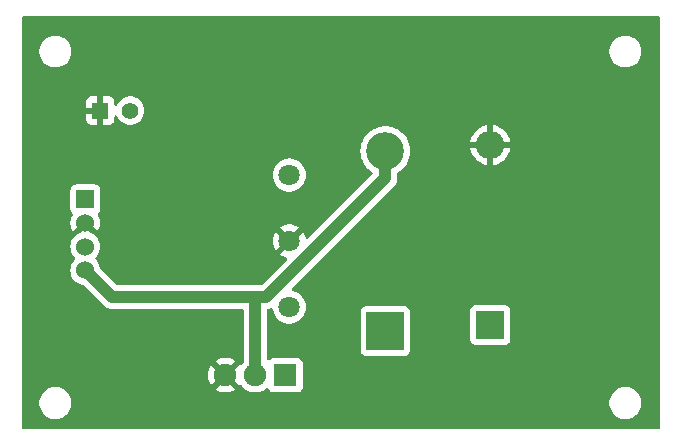
<source format=gbr>
%TF.GenerationSoftware,KiCad,Pcbnew,8.0.1*%
%TF.CreationDate,2024-11-12T01:42:51+00:00*%
%TF.ProjectId,Heating Element,48656174-696e-4672-9045-6c656d656e74,1*%
%TF.SameCoordinates,Original*%
%TF.FileFunction,Copper,L2,Bot*%
%TF.FilePolarity,Positive*%
%FSLAX46Y46*%
G04 Gerber Fmt 4.6, Leading zero omitted, Abs format (unit mm)*
G04 Created by KiCad (PCBNEW 8.0.1) date 2024-11-12 01:42:51*
%MOMM*%
%LPD*%
G01*
G04 APERTURE LIST*
%TA.AperFunction,ComponentPad*%
%ADD10R,1.910000X1.910000*%
%TD*%
%TA.AperFunction,ComponentPad*%
%ADD11C,1.910000*%
%TD*%
%TA.AperFunction,ComponentPad*%
%ADD12C,1.800000*%
%TD*%
%TA.AperFunction,ComponentPad*%
%ADD13R,1.524000X1.524000*%
%TD*%
%TA.AperFunction,ComponentPad*%
%ADD14C,1.524000*%
%TD*%
%TA.AperFunction,ComponentPad*%
%ADD15R,2.400000X2.400000*%
%TD*%
%TA.AperFunction,ComponentPad*%
%ADD16O,2.400000X2.400000*%
%TD*%
%TA.AperFunction,ComponentPad*%
%ADD17R,1.400000X1.400000*%
%TD*%
%TA.AperFunction,ComponentPad*%
%ADD18C,1.400000*%
%TD*%
%TA.AperFunction,ComponentPad*%
%ADD19R,3.200000X3.200000*%
%TD*%
%TA.AperFunction,ComponentPad*%
%ADD20O,3.200000X3.200000*%
%TD*%
%TA.AperFunction,ViaPad*%
%ADD21C,0.600000*%
%TD*%
%TA.AperFunction,Conductor*%
%ADD22C,1.000000*%
%TD*%
G04 APERTURE END LIST*
D10*
%TO.P,U1,1*%
%TO.N,/VG*%
X118540000Y-109400000D03*
D11*
%TO.P,U1,2*%
%TO.N,/Vdrain*%
X116000000Y-109400000D03*
%TO.P,U1,3*%
%TO.N,GND*%
X113460000Y-109400000D03*
%TD*%
D12*
%TO.P,TP3,1,1*%
%TO.N,/+15V*%
X118872000Y-103632000D03*
%TD*%
%TO.P,TP2,1,1*%
%TO.N,GND*%
X118872000Y-98044000D03*
%TD*%
%TO.P,TP1,1,1*%
%TO.N,/VG*%
X118872000Y-92456000D03*
%TD*%
D13*
%TO.P,J1,1,Pin_1*%
%TO.N,/PWM input*%
X101600000Y-94520000D03*
D14*
%TO.P,J1,2,Pin_2*%
%TO.N,GND*%
X101600000Y-96520000D03*
%TO.P,J1,3,Pin_3*%
%TO.N,+24V*%
X101600000Y-98520000D03*
%TO.P,J1,4,Pin_4*%
%TO.N,/Vdrain*%
X101600000Y-100520000D03*
%TD*%
D15*
%TO.P,D3,1,K*%
%TO.N,+24V*%
X135890000Y-105156000D03*
D16*
%TO.P,D3,2,A*%
%TO.N,GND*%
X135890000Y-89916000D03*
%TD*%
D17*
%TO.P,D2,C*%
%TO.N,GND*%
X102860000Y-87000000D03*
D18*
%TO.P,D2,A*%
%TO.N,Net-(D2-PadA)*%
X105400000Y-87000000D03*
%TD*%
D19*
%TO.P,D1,1,K*%
%TO.N,+24V*%
X127000000Y-105664000D03*
D20*
%TO.P,D1,2,A*%
%TO.N,/Vdrain*%
X127000000Y-90424000D03*
%TD*%
D21*
%TO.N,GND*%
X145250000Y-106500000D03*
X127286800Y-85533400D03*
X111760000Y-96499600D03*
X140741800Y-93622000D03*
X105156000Y-105084400D03*
%TD*%
D22*
%TO.N,/Vdrain*%
X127000000Y-90424000D02*
X127000000Y-92725700D01*
X116000000Y-102789700D02*
X116000000Y-109400000D01*
X116936000Y-102789700D02*
X116000000Y-102789700D01*
X127000000Y-92725700D02*
X116936000Y-102789700D01*
X103869700Y-102789700D02*
X101600000Y-100520000D01*
X116000000Y-102789700D02*
X103869700Y-102789700D01*
%TD*%
%TA.AperFunction,Conductor*%
%TO.N,GND*%
G36*
X150192539Y-79020185D02*
G01*
X150238294Y-79072989D01*
X150249500Y-79124500D01*
X150249500Y-113875500D01*
X150229815Y-113942539D01*
X150177011Y-113988294D01*
X150125500Y-113999500D01*
X96374500Y-113999500D01*
X96307461Y-113979815D01*
X96261706Y-113927011D01*
X96250500Y-113875500D01*
X96250500Y-111866286D01*
X97709500Y-111866286D01*
X97742753Y-112076239D01*
X97808444Y-112278414D01*
X97904951Y-112467820D01*
X98029890Y-112639786D01*
X98180213Y-112790109D01*
X98352179Y-112915048D01*
X98352181Y-112915049D01*
X98352184Y-112915051D01*
X98541588Y-113011557D01*
X98743757Y-113077246D01*
X98953713Y-113110500D01*
X98953714Y-113110500D01*
X99166286Y-113110500D01*
X99166287Y-113110500D01*
X99376243Y-113077246D01*
X99578412Y-113011557D01*
X99767816Y-112915051D01*
X99789789Y-112899086D01*
X99939786Y-112790109D01*
X99939788Y-112790106D01*
X99939792Y-112790104D01*
X100090104Y-112639792D01*
X100090106Y-112639788D01*
X100090109Y-112639786D01*
X100215048Y-112467820D01*
X100215047Y-112467820D01*
X100215051Y-112467816D01*
X100311557Y-112278412D01*
X100377246Y-112076243D01*
X100410500Y-111866287D01*
X100410500Y-111866286D01*
X145969500Y-111866286D01*
X146002753Y-112076239D01*
X146068444Y-112278414D01*
X146164951Y-112467820D01*
X146289890Y-112639786D01*
X146440213Y-112790109D01*
X146612179Y-112915048D01*
X146612181Y-112915049D01*
X146612184Y-112915051D01*
X146801588Y-113011557D01*
X147003757Y-113077246D01*
X147213713Y-113110500D01*
X147213714Y-113110500D01*
X147426286Y-113110500D01*
X147426287Y-113110500D01*
X147636243Y-113077246D01*
X147838412Y-113011557D01*
X148027816Y-112915051D01*
X148049789Y-112899086D01*
X148199786Y-112790109D01*
X148199788Y-112790106D01*
X148199792Y-112790104D01*
X148350104Y-112639792D01*
X148350106Y-112639788D01*
X148350109Y-112639786D01*
X148475048Y-112467820D01*
X148475047Y-112467820D01*
X148475051Y-112467816D01*
X148571557Y-112278412D01*
X148637246Y-112076243D01*
X148670500Y-111866287D01*
X148670500Y-111653713D01*
X148637246Y-111443757D01*
X148571557Y-111241588D01*
X148475051Y-111052184D01*
X148475049Y-111052181D01*
X148475048Y-111052179D01*
X148350109Y-110880213D01*
X148199786Y-110729890D01*
X148027820Y-110604951D01*
X147838414Y-110508444D01*
X147838413Y-110508443D01*
X147838412Y-110508443D01*
X147636243Y-110442754D01*
X147636241Y-110442753D01*
X147636240Y-110442753D01*
X147474957Y-110417208D01*
X147426287Y-110409500D01*
X147213713Y-110409500D01*
X147165042Y-110417208D01*
X147003760Y-110442753D01*
X146801585Y-110508444D01*
X146612179Y-110604951D01*
X146440213Y-110729890D01*
X146289890Y-110880213D01*
X146164951Y-111052179D01*
X146068444Y-111241585D01*
X146002753Y-111443760D01*
X145969500Y-111653713D01*
X145969500Y-111866286D01*
X100410500Y-111866286D01*
X100410500Y-111653713D01*
X100377246Y-111443757D01*
X100311557Y-111241588D01*
X100215051Y-111052184D01*
X100215049Y-111052181D01*
X100215048Y-111052179D01*
X100090109Y-110880213D01*
X99939786Y-110729890D01*
X99767820Y-110604951D01*
X99578414Y-110508444D01*
X99578413Y-110508443D01*
X99578412Y-110508443D01*
X99376243Y-110442754D01*
X99376241Y-110442753D01*
X99376240Y-110442753D01*
X99214957Y-110417208D01*
X99166287Y-110409500D01*
X98953713Y-110409500D01*
X98905042Y-110417208D01*
X98743760Y-110442753D01*
X98541585Y-110508444D01*
X98352179Y-110604951D01*
X98180213Y-110729890D01*
X98029890Y-110880213D01*
X97904951Y-111052179D01*
X97808444Y-111241585D01*
X97742753Y-111443760D01*
X97709500Y-111653713D01*
X97709500Y-111866286D01*
X96250500Y-111866286D01*
X96250500Y-100520002D01*
X100332677Y-100520002D01*
X100351929Y-100740062D01*
X100351930Y-100740070D01*
X100409104Y-100953445D01*
X100409105Y-100953447D01*
X100409106Y-100953450D01*
X100502466Y-101153662D01*
X100502468Y-101153666D01*
X100629170Y-101334615D01*
X100629175Y-101334621D01*
X100785378Y-101490824D01*
X100785384Y-101490829D01*
X100966333Y-101617531D01*
X100966335Y-101617532D01*
X100966338Y-101617534D01*
X101166550Y-101710894D01*
X101379932Y-101768070D01*
X101393288Y-101769238D01*
X101458356Y-101794688D01*
X101470164Y-101805085D01*
X103231915Y-103566837D01*
X103231919Y-103566840D01*
X103395779Y-103676328D01*
X103395785Y-103676331D01*
X103395786Y-103676332D01*
X103577865Y-103751752D01*
X103705378Y-103777116D01*
X103771155Y-103790200D01*
X103771158Y-103790201D01*
X103771160Y-103790201D01*
X103974355Y-103790201D01*
X103974375Y-103790200D01*
X114875500Y-103790200D01*
X114942539Y-103809885D01*
X114988294Y-103862689D01*
X114999500Y-103914200D01*
X114999500Y-108289415D01*
X114979815Y-108356454D01*
X114966731Y-108373397D01*
X114847469Y-108502951D01*
X114833510Y-108524318D01*
X114780363Y-108569674D01*
X114711131Y-108579097D01*
X114682895Y-108565944D01*
X114650924Y-108562628D01*
X114049560Y-109163991D01*
X114022729Y-109099215D01*
X113953236Y-108995211D01*
X113864789Y-108906764D01*
X113760785Y-108837271D01*
X113696007Y-108810438D01*
X114297989Y-108208455D01*
X114297989Y-108208454D01*
X114258538Y-108177749D01*
X114046471Y-108062983D01*
X114046462Y-108062980D01*
X113818408Y-107984688D01*
X113580565Y-107945000D01*
X113339435Y-107945000D01*
X113101591Y-107984688D01*
X112873537Y-108062980D01*
X112873529Y-108062983D01*
X112661455Y-108177753D01*
X112622009Y-108208453D01*
X112622008Y-108208455D01*
X113223992Y-108810438D01*
X113159215Y-108837271D01*
X113055211Y-108906764D01*
X112966764Y-108995211D01*
X112897271Y-109099215D01*
X112870438Y-109163992D01*
X112269074Y-108562628D01*
X112175979Y-108705123D01*
X112079118Y-108925942D01*
X112019924Y-109159697D01*
X112000013Y-109399993D01*
X112000013Y-109400006D01*
X112019924Y-109640302D01*
X112079118Y-109874057D01*
X112175979Y-110094876D01*
X112269074Y-110237369D01*
X112870438Y-109636006D01*
X112897271Y-109700785D01*
X112966764Y-109804789D01*
X113055211Y-109893236D01*
X113159215Y-109962729D01*
X113223991Y-109989560D01*
X112622009Y-110591543D01*
X112622009Y-110591545D01*
X112661454Y-110622246D01*
X112661460Y-110622250D01*
X112873528Y-110737016D01*
X112873537Y-110737019D01*
X113101591Y-110815311D01*
X113339435Y-110855000D01*
X113580565Y-110855000D01*
X113818408Y-110815311D01*
X114046462Y-110737019D01*
X114046471Y-110737016D01*
X114258538Y-110622250D01*
X114297989Y-110591544D01*
X114297989Y-110591543D01*
X113696008Y-109989560D01*
X113760785Y-109962729D01*
X113864789Y-109893236D01*
X113953236Y-109804789D01*
X114022729Y-109700785D01*
X114049560Y-109636007D01*
X114650924Y-110237370D01*
X114673527Y-110235026D01*
X114679031Y-110230329D01*
X114748261Y-110220901D01*
X114811599Y-110250398D01*
X114833508Y-110275680D01*
X114847470Y-110297050D01*
X115010838Y-110474516D01*
X115010841Y-110474518D01*
X115010844Y-110474521D01*
X115201180Y-110622666D01*
X115201187Y-110622670D01*
X115201189Y-110622672D01*
X115413329Y-110737476D01*
X115641471Y-110815797D01*
X115879394Y-110855500D01*
X115879395Y-110855500D01*
X116120605Y-110855500D01*
X116120606Y-110855500D01*
X116358529Y-110815797D01*
X116586671Y-110737476D01*
X116798811Y-110622672D01*
X116938185Y-110514192D01*
X117003178Y-110488550D01*
X117071718Y-110502116D01*
X117122043Y-110550584D01*
X117130528Y-110568711D01*
X117141201Y-110597325D01*
X117141206Y-110597335D01*
X117227452Y-110712544D01*
X117227455Y-110712547D01*
X117342664Y-110798793D01*
X117342671Y-110798797D01*
X117477517Y-110849091D01*
X117477516Y-110849091D01*
X117484444Y-110849835D01*
X117537127Y-110855500D01*
X119542872Y-110855499D01*
X119602483Y-110849091D01*
X119737331Y-110798796D01*
X119852546Y-110712546D01*
X119938796Y-110597331D01*
X119989091Y-110462483D01*
X119995500Y-110402873D01*
X119995499Y-108397128D01*
X119990299Y-108348757D01*
X119989091Y-108337516D01*
X119938797Y-108202671D01*
X119938793Y-108202664D01*
X119852547Y-108087455D01*
X119852544Y-108087452D01*
X119737335Y-108001206D01*
X119737328Y-108001202D01*
X119602482Y-107950908D01*
X119602483Y-107950908D01*
X119542883Y-107944501D01*
X119542881Y-107944500D01*
X119542873Y-107944500D01*
X119542864Y-107944500D01*
X117537129Y-107944500D01*
X117537123Y-107944501D01*
X117477516Y-107950908D01*
X117342671Y-108001202D01*
X117342664Y-108001206D01*
X117227455Y-108087452D01*
X117227452Y-108087455D01*
X117223766Y-108092380D01*
X117167832Y-108134251D01*
X117098141Y-108139235D01*
X117036818Y-108105749D01*
X117003334Y-108044426D01*
X117000500Y-108018069D01*
X117000500Y-107311870D01*
X124899500Y-107311870D01*
X124899501Y-107311876D01*
X124905908Y-107371483D01*
X124956202Y-107506328D01*
X124956206Y-107506335D01*
X125042452Y-107621544D01*
X125042455Y-107621547D01*
X125157664Y-107707793D01*
X125157671Y-107707797D01*
X125292517Y-107758091D01*
X125292516Y-107758091D01*
X125299444Y-107758835D01*
X125352127Y-107764500D01*
X128647872Y-107764499D01*
X128707483Y-107758091D01*
X128842331Y-107707796D01*
X128957546Y-107621546D01*
X129043796Y-107506331D01*
X129094091Y-107371483D01*
X129100500Y-107311873D01*
X129100500Y-106403870D01*
X134189500Y-106403870D01*
X134189501Y-106403876D01*
X134195908Y-106463483D01*
X134246202Y-106598328D01*
X134246206Y-106598335D01*
X134332452Y-106713544D01*
X134332455Y-106713547D01*
X134447664Y-106799793D01*
X134447671Y-106799797D01*
X134582517Y-106850091D01*
X134582516Y-106850091D01*
X134589444Y-106850835D01*
X134642127Y-106856500D01*
X137137872Y-106856499D01*
X137197483Y-106850091D01*
X137332331Y-106799796D01*
X137447546Y-106713546D01*
X137533796Y-106598331D01*
X137584091Y-106463483D01*
X137590500Y-106403873D01*
X137590499Y-103908128D01*
X137584091Y-103848517D01*
X137574077Y-103821669D01*
X137533797Y-103713671D01*
X137533793Y-103713664D01*
X137447547Y-103598455D01*
X137447544Y-103598452D01*
X137332335Y-103512206D01*
X137332328Y-103512202D01*
X137197482Y-103461908D01*
X137197483Y-103461908D01*
X137137883Y-103455501D01*
X137137881Y-103455500D01*
X137137873Y-103455500D01*
X137137864Y-103455500D01*
X134642129Y-103455500D01*
X134642123Y-103455501D01*
X134582516Y-103461908D01*
X134447671Y-103512202D01*
X134447664Y-103512206D01*
X134332455Y-103598452D01*
X134332452Y-103598455D01*
X134246206Y-103713664D01*
X134246202Y-103713671D01*
X134195908Y-103848517D01*
X134190510Y-103898734D01*
X134189501Y-103908123D01*
X134189500Y-103908135D01*
X134189500Y-106403870D01*
X129100500Y-106403870D01*
X129100499Y-104016128D01*
X129094091Y-103956517D01*
X129076043Y-103908129D01*
X129043797Y-103821671D01*
X129043793Y-103821664D01*
X128957547Y-103706455D01*
X128957544Y-103706452D01*
X128842335Y-103620206D01*
X128842328Y-103620202D01*
X128707482Y-103569908D01*
X128707483Y-103569908D01*
X128647883Y-103563501D01*
X128647881Y-103563500D01*
X128647873Y-103563500D01*
X128647864Y-103563500D01*
X125352129Y-103563500D01*
X125352123Y-103563501D01*
X125292516Y-103569908D01*
X125157671Y-103620202D01*
X125157664Y-103620206D01*
X125042455Y-103706452D01*
X125042452Y-103706455D01*
X124956206Y-103821664D01*
X124956202Y-103821671D01*
X124905908Y-103956517D01*
X124899501Y-104016116D01*
X124899501Y-104016123D01*
X124899500Y-104016135D01*
X124899500Y-107311870D01*
X117000500Y-107311870D01*
X117000500Y-103898734D01*
X117020185Y-103831695D01*
X117072989Y-103785940D01*
X117100299Y-103777119D01*
X117131188Y-103770975D01*
X117227836Y-103751751D01*
X117290931Y-103725616D01*
X117311375Y-103717147D01*
X117380842Y-103709681D01*
X117443321Y-103740957D01*
X117478972Y-103801047D01*
X117482399Y-103821470D01*
X117485864Y-103863297D01*
X117485866Y-103863308D01*
X117542842Y-104088300D01*
X117636075Y-104300848D01*
X117763016Y-104495147D01*
X117763019Y-104495151D01*
X117763021Y-104495153D01*
X117920216Y-104665913D01*
X117920219Y-104665915D01*
X117920222Y-104665918D01*
X118103365Y-104808464D01*
X118103371Y-104808468D01*
X118103374Y-104808470D01*
X118307497Y-104918936D01*
X118421487Y-104958068D01*
X118527015Y-104994297D01*
X118527017Y-104994297D01*
X118527019Y-104994298D01*
X118755951Y-105032500D01*
X118755952Y-105032500D01*
X118988048Y-105032500D01*
X118988049Y-105032500D01*
X119216981Y-104994298D01*
X119436503Y-104918936D01*
X119640626Y-104808470D01*
X119823784Y-104665913D01*
X119980979Y-104495153D01*
X120107924Y-104300849D01*
X120201157Y-104088300D01*
X120258134Y-103863305D01*
X120258185Y-103862689D01*
X120277300Y-103632006D01*
X120277300Y-103631993D01*
X120258135Y-103400702D01*
X120258133Y-103400691D01*
X120201157Y-103175699D01*
X120107924Y-102963151D01*
X119980983Y-102768852D01*
X119980980Y-102768849D01*
X119980979Y-102768847D01*
X119823784Y-102598087D01*
X119823779Y-102598083D01*
X119823777Y-102598081D01*
X119640634Y-102455535D01*
X119640628Y-102455531D01*
X119436504Y-102345064D01*
X119436495Y-102345061D01*
X119216985Y-102269702D01*
X119158017Y-102259862D01*
X119095132Y-102229410D01*
X119058693Y-102169795D01*
X119060269Y-102099943D01*
X119090745Y-102049874D01*
X127777139Y-93363482D01*
X127886632Y-93199614D01*
X127962051Y-93017535D01*
X128000500Y-92824241D01*
X128000500Y-92343698D01*
X128020185Y-92276659D01*
X128060071Y-92237750D01*
X128214147Y-92144055D01*
X128437053Y-91962708D01*
X128633189Y-91752698D01*
X128798901Y-91517936D01*
X128931104Y-91262797D01*
X129027334Y-90992032D01*
X129085798Y-90710686D01*
X129105408Y-90424000D01*
X129087760Y-90166000D01*
X134203968Y-90166000D01*
X134204274Y-90170079D01*
X134204275Y-90170086D01*
X134260967Y-90418475D01*
X134260973Y-90418494D01*
X134354058Y-90655671D01*
X134354057Y-90655671D01*
X134481455Y-90876328D01*
X134640320Y-91075540D01*
X134827097Y-91248842D01*
X135037616Y-91392371D01*
X135037624Y-91392376D01*
X135267176Y-91502921D01*
X135267174Y-91502921D01*
X135510652Y-91578024D01*
X135510660Y-91578026D01*
X135640000Y-91597520D01*
X135640000Y-90464482D01*
X135658409Y-90475111D01*
X135811009Y-90516000D01*
X135968991Y-90516000D01*
X136121591Y-90475111D01*
X136140000Y-90464482D01*
X136140000Y-91597519D01*
X136269339Y-91578026D01*
X136269347Y-91578024D01*
X136512824Y-91502921D01*
X136742376Y-91392376D01*
X136742377Y-91392375D01*
X136952905Y-91248840D01*
X137139679Y-91075540D01*
X137298544Y-90876328D01*
X137425941Y-90655671D01*
X137519026Y-90418494D01*
X137519032Y-90418475D01*
X137575724Y-90170086D01*
X137575725Y-90170079D01*
X137576032Y-90166000D01*
X136438482Y-90166000D01*
X136449111Y-90147591D01*
X136490000Y-89994991D01*
X136490000Y-89837009D01*
X136449111Y-89684409D01*
X136438482Y-89666000D01*
X137576031Y-89666000D01*
X137575725Y-89661920D01*
X137575724Y-89661913D01*
X137519032Y-89413524D01*
X137519026Y-89413505D01*
X137425941Y-89176328D01*
X137425942Y-89176328D01*
X137298544Y-88955671D01*
X137139679Y-88756459D01*
X136952905Y-88583159D01*
X136742377Y-88439624D01*
X136742376Y-88439623D01*
X136512823Y-88329078D01*
X136512825Y-88329078D01*
X136269354Y-88253977D01*
X136269348Y-88253976D01*
X136140000Y-88234479D01*
X136140000Y-89367517D01*
X136121591Y-89356889D01*
X135968991Y-89316000D01*
X135811009Y-89316000D01*
X135658409Y-89356889D01*
X135640000Y-89367517D01*
X135640000Y-88234479D01*
X135510651Y-88253976D01*
X135510645Y-88253977D01*
X135267175Y-88329078D01*
X135037624Y-88439623D01*
X135037616Y-88439628D01*
X134827097Y-88583157D01*
X134640320Y-88756459D01*
X134481455Y-88955671D01*
X134354058Y-89176328D01*
X134260973Y-89413505D01*
X134260967Y-89413524D01*
X134204275Y-89661913D01*
X134204274Y-89661920D01*
X134203968Y-89666000D01*
X135341518Y-89666000D01*
X135330889Y-89684409D01*
X135290000Y-89837009D01*
X135290000Y-89994991D01*
X135330889Y-90147591D01*
X135341518Y-90166000D01*
X134203968Y-90166000D01*
X129087760Y-90166000D01*
X129085798Y-90137314D01*
X129027334Y-89855968D01*
X128931105Y-89585206D01*
X128931106Y-89585206D01*
X128798901Y-89330064D01*
X128633187Y-89095299D01*
X128554554Y-89011105D01*
X128437053Y-88885292D01*
X128214147Y-88703945D01*
X128214146Y-88703944D01*
X127968617Y-88554634D01*
X127705063Y-88440158D01*
X127705061Y-88440157D01*
X127705058Y-88440156D01*
X127575578Y-88403877D01*
X127428364Y-88362630D01*
X127428359Y-88362629D01*
X127428358Y-88362629D01*
X127286018Y-88343064D01*
X127143679Y-88323500D01*
X127143678Y-88323500D01*
X126856322Y-88323500D01*
X126856321Y-88323500D01*
X126571642Y-88362629D01*
X126571635Y-88362630D01*
X126363861Y-88420845D01*
X126294942Y-88440156D01*
X126294939Y-88440156D01*
X126294936Y-88440158D01*
X126294935Y-88440158D01*
X126031382Y-88554634D01*
X125785853Y-88703944D01*
X125562950Y-88885289D01*
X125366812Y-89095299D01*
X125201098Y-89330064D01*
X125068894Y-89585206D01*
X124972667Y-89855962D01*
X124972666Y-89855965D01*
X124914201Y-90137319D01*
X124894592Y-90424000D01*
X124914201Y-90710680D01*
X124972666Y-90992034D01*
X124972667Y-90992037D01*
X125068894Y-91262793D01*
X125068893Y-91262793D01*
X125201098Y-91517935D01*
X125366812Y-91752700D01*
X125562950Y-91962711D01*
X125785846Y-92144050D01*
X125785850Y-92144053D01*
X125785852Y-92144054D01*
X125785853Y-92144055D01*
X125887829Y-92206068D01*
X125934881Y-92257720D01*
X125946538Y-92326610D01*
X125919100Y-92390867D01*
X125911081Y-92399697D01*
X120460520Y-97850258D01*
X120399197Y-97883743D01*
X120329505Y-97878759D01*
X120273572Y-97836887D01*
X120252633Y-97793017D01*
X120200682Y-97587864D01*
X120107484Y-97375393D01*
X120023186Y-97246365D01*
X119314137Y-97955414D01*
X119291333Y-97870306D01*
X119232090Y-97767694D01*
X119148306Y-97683910D01*
X119045694Y-97624667D01*
X118960584Y-97601861D01*
X119670797Y-96891647D01*
X119670797Y-96891645D01*
X119640360Y-96867955D01*
X119640354Y-96867951D01*
X119436302Y-96757523D01*
X119436293Y-96757520D01*
X119216860Y-96682188D01*
X118988007Y-96644000D01*
X118755993Y-96644000D01*
X118527139Y-96682188D01*
X118307706Y-96757520D01*
X118307697Y-96757523D01*
X118103650Y-96867949D01*
X118073200Y-96891647D01*
X118783415Y-97601861D01*
X118698306Y-97624667D01*
X118595694Y-97683910D01*
X118511910Y-97767694D01*
X118452667Y-97870306D01*
X118429861Y-97955415D01*
X117720811Y-97246365D01*
X117636516Y-97375390D01*
X117543317Y-97587864D01*
X117486361Y-97812781D01*
X117467202Y-98043994D01*
X117467202Y-98044005D01*
X117486361Y-98275218D01*
X117543317Y-98500135D01*
X117636515Y-98712606D01*
X117720812Y-98841633D01*
X118429861Y-98132584D01*
X118452667Y-98217694D01*
X118511910Y-98320306D01*
X118595694Y-98404090D01*
X118698306Y-98463333D01*
X118783414Y-98486138D01*
X118073201Y-99196351D01*
X118103649Y-99220050D01*
X118307697Y-99330476D01*
X118307706Y-99330479D01*
X118527139Y-99405811D01*
X118613324Y-99420193D01*
X118676209Y-99450643D01*
X118712649Y-99510258D01*
X118711074Y-99580110D01*
X118680596Y-99630183D01*
X116557899Y-101752881D01*
X116496576Y-101786366D01*
X116470218Y-101789200D01*
X104335483Y-101789200D01*
X104268444Y-101769515D01*
X104247802Y-101752881D01*
X102885085Y-100390164D01*
X102851600Y-100328841D01*
X102849238Y-100313287D01*
X102848070Y-100299934D01*
X102848070Y-100299932D01*
X102790894Y-100086550D01*
X102697534Y-99886339D01*
X102570826Y-99705380D01*
X102570824Y-99705377D01*
X102473127Y-99607680D01*
X102439642Y-99546357D01*
X102444626Y-99476665D01*
X102473123Y-99432322D01*
X102570826Y-99334620D01*
X102697534Y-99153662D01*
X102790894Y-98953450D01*
X102848070Y-98740068D01*
X102867323Y-98520000D01*
X102865048Y-98494000D01*
X102857182Y-98404090D01*
X102848070Y-98299932D01*
X102790894Y-98086550D01*
X102697534Y-97886339D01*
X102632190Y-97793017D01*
X102570827Y-97705381D01*
X102549356Y-97683910D01*
X102414620Y-97549174D01*
X102414616Y-97549171D01*
X102414615Y-97549170D01*
X102233666Y-97422468D01*
X102233662Y-97422466D01*
X102094679Y-97357657D01*
X102059403Y-97332956D01*
X101627448Y-96901000D01*
X101650160Y-96901000D01*
X101747061Y-96875036D01*
X101833940Y-96824876D01*
X101904876Y-96753940D01*
X101955036Y-96667061D01*
X101981000Y-96570160D01*
X101981000Y-96547447D01*
X102651741Y-97218188D01*
X102697094Y-97153417D01*
X102697100Y-97153407D01*
X102790419Y-96953284D01*
X102790424Y-96953270D01*
X102847573Y-96739986D01*
X102847575Y-96739976D01*
X102866821Y-96520000D01*
X102866821Y-96519999D01*
X102847575Y-96300023D01*
X102847573Y-96300013D01*
X102790424Y-96086729D01*
X102790420Y-96086720D01*
X102697098Y-95886590D01*
X102660227Y-95833932D01*
X102637900Y-95767725D01*
X102654910Y-95699958D01*
X102687490Y-95663542D01*
X102719546Y-95639546D01*
X102805796Y-95524331D01*
X102856091Y-95389483D01*
X102862500Y-95329873D01*
X102862499Y-93710128D01*
X102856091Y-93650517D01*
X102849359Y-93632468D01*
X102805797Y-93515671D01*
X102805793Y-93515664D01*
X102719547Y-93400455D01*
X102719544Y-93400452D01*
X102604335Y-93314206D01*
X102604328Y-93314202D01*
X102469482Y-93263908D01*
X102469483Y-93263908D01*
X102409883Y-93257501D01*
X102409881Y-93257500D01*
X102409873Y-93257500D01*
X102409864Y-93257500D01*
X100790129Y-93257500D01*
X100790123Y-93257501D01*
X100730516Y-93263908D01*
X100595671Y-93314202D01*
X100595664Y-93314206D01*
X100480455Y-93400452D01*
X100480452Y-93400455D01*
X100394206Y-93515664D01*
X100394202Y-93515671D01*
X100343908Y-93650517D01*
X100337501Y-93710116D01*
X100337501Y-93710123D01*
X100337500Y-93710135D01*
X100337500Y-95329870D01*
X100337501Y-95329876D01*
X100343908Y-95389483D01*
X100394202Y-95524328D01*
X100394206Y-95524335D01*
X100463358Y-95616709D01*
X100480454Y-95639546D01*
X100512509Y-95663542D01*
X100554379Y-95719475D01*
X100559363Y-95789167D01*
X100539773Y-95833930D01*
X100502900Y-95886591D01*
X100409579Y-96086720D01*
X100409575Y-96086729D01*
X100352426Y-96300013D01*
X100352424Y-96300023D01*
X100333179Y-96519999D01*
X100333179Y-96520000D01*
X100352424Y-96739976D01*
X100352426Y-96739986D01*
X100409575Y-96953270D01*
X100409580Y-96953284D01*
X100502898Y-97153405D01*
X100502901Y-97153411D01*
X100548258Y-97218187D01*
X100548258Y-97218188D01*
X101219000Y-96547446D01*
X101219000Y-96570160D01*
X101244964Y-96667061D01*
X101295124Y-96753940D01*
X101366060Y-96824876D01*
X101452939Y-96875036D01*
X101549840Y-96901000D01*
X101572553Y-96901000D01*
X101140595Y-97332956D01*
X101105320Y-97357657D01*
X100966339Y-97422465D01*
X100785377Y-97549175D01*
X100629175Y-97705377D01*
X100502466Y-97886338D01*
X100502465Y-97886340D01*
X100409107Y-98086548D01*
X100409104Y-98086554D01*
X100351930Y-98299929D01*
X100351929Y-98299937D01*
X100332677Y-98519997D01*
X100332677Y-98520002D01*
X100351929Y-98740062D01*
X100351930Y-98740070D01*
X100409104Y-98953445D01*
X100409105Y-98953447D01*
X100409106Y-98953450D01*
X100502466Y-99153662D01*
X100502468Y-99153666D01*
X100629170Y-99334615D01*
X100629175Y-99334621D01*
X100726872Y-99432318D01*
X100760357Y-99493641D01*
X100755373Y-99563333D01*
X100726873Y-99607680D01*
X100629172Y-99705381D01*
X100502466Y-99886338D01*
X100502465Y-99886340D01*
X100409107Y-100086548D01*
X100409104Y-100086554D01*
X100351930Y-100299929D01*
X100351929Y-100299937D01*
X100332677Y-100519997D01*
X100332677Y-100520002D01*
X96250500Y-100520002D01*
X96250500Y-92456006D01*
X117466700Y-92456006D01*
X117485864Y-92687297D01*
X117485866Y-92687308D01*
X117542842Y-92912300D01*
X117636075Y-93124848D01*
X117763016Y-93319147D01*
X117763019Y-93319151D01*
X117763021Y-93319153D01*
X117920216Y-93489913D01*
X117920219Y-93489915D01*
X117920222Y-93489918D01*
X118103365Y-93632464D01*
X118103371Y-93632468D01*
X118103374Y-93632470D01*
X118307497Y-93742936D01*
X118421487Y-93782068D01*
X118527015Y-93818297D01*
X118527017Y-93818297D01*
X118527019Y-93818298D01*
X118755951Y-93856500D01*
X118755952Y-93856500D01*
X118988048Y-93856500D01*
X118988049Y-93856500D01*
X119216981Y-93818298D01*
X119436503Y-93742936D01*
X119640626Y-93632470D01*
X119823784Y-93489913D01*
X119980979Y-93319153D01*
X120107924Y-93124849D01*
X120201157Y-92912300D01*
X120258134Y-92687305D01*
X120277300Y-92456000D01*
X120277300Y-92455993D01*
X120258135Y-92224702D01*
X120258133Y-92224691D01*
X120201157Y-91999699D01*
X120107924Y-91787151D01*
X119980983Y-91592852D01*
X119980980Y-91592849D01*
X119980979Y-91592847D01*
X119823784Y-91422087D01*
X119823779Y-91422083D01*
X119823777Y-91422081D01*
X119640634Y-91279535D01*
X119640628Y-91279531D01*
X119436504Y-91169064D01*
X119436495Y-91169061D01*
X119216984Y-91093702D01*
X119045282Y-91065050D01*
X118988049Y-91055500D01*
X118755951Y-91055500D01*
X118710164Y-91063140D01*
X118527015Y-91093702D01*
X118307504Y-91169061D01*
X118307495Y-91169064D01*
X118103371Y-91279531D01*
X118103365Y-91279535D01*
X117920222Y-91422081D01*
X117920219Y-91422084D01*
X117763016Y-91592852D01*
X117636075Y-91787151D01*
X117542842Y-91999699D01*
X117485866Y-92224691D01*
X117485864Y-92224702D01*
X117466700Y-92455993D01*
X117466700Y-92456006D01*
X96250500Y-92456006D01*
X96250500Y-87747844D01*
X101660000Y-87747844D01*
X101666401Y-87807372D01*
X101666403Y-87807379D01*
X101716645Y-87942086D01*
X101716649Y-87942093D01*
X101802809Y-88057187D01*
X101802812Y-88057190D01*
X101917906Y-88143350D01*
X101917913Y-88143354D01*
X102052620Y-88193596D01*
X102052627Y-88193598D01*
X102112155Y-88199999D01*
X102112172Y-88200000D01*
X102610000Y-88200000D01*
X102610000Y-87392597D01*
X102680517Y-87433311D01*
X102798782Y-87465000D01*
X102921218Y-87465000D01*
X103039483Y-87433311D01*
X103110000Y-87392597D01*
X103110000Y-88200000D01*
X103607828Y-88200000D01*
X103607844Y-88199999D01*
X103667372Y-88193598D01*
X103667379Y-88193596D01*
X103802086Y-88143354D01*
X103802093Y-88143350D01*
X103917187Y-88057190D01*
X103917190Y-88057187D01*
X104003350Y-87942093D01*
X104003354Y-87942086D01*
X104053596Y-87807379D01*
X104053598Y-87807372D01*
X104059999Y-87747844D01*
X104060000Y-87747827D01*
X104060000Y-87529417D01*
X104079685Y-87462378D01*
X104132489Y-87416623D01*
X104201647Y-87406679D01*
X104265203Y-87435704D01*
X104295000Y-87474145D01*
X104374938Y-87634683D01*
X104374943Y-87634691D01*
X104509020Y-87812238D01*
X104673437Y-87962123D01*
X104673439Y-87962125D01*
X104862595Y-88079245D01*
X104862596Y-88079245D01*
X104862599Y-88079247D01*
X105070060Y-88159618D01*
X105288757Y-88200500D01*
X105288759Y-88200500D01*
X105511241Y-88200500D01*
X105511243Y-88200500D01*
X105729940Y-88159618D01*
X105937401Y-88079247D01*
X106126562Y-87962124D01*
X106290981Y-87812236D01*
X106425058Y-87634689D01*
X106524229Y-87435528D01*
X106585115Y-87221536D01*
X106605643Y-87000000D01*
X106585115Y-86778464D01*
X106524229Y-86564472D01*
X106509554Y-86535000D01*
X106425061Y-86365316D01*
X106425056Y-86365308D01*
X106290979Y-86187761D01*
X106126562Y-86037876D01*
X106126560Y-86037874D01*
X105937404Y-85920754D01*
X105937398Y-85920752D01*
X105729940Y-85840382D01*
X105511243Y-85799500D01*
X105288757Y-85799500D01*
X105070060Y-85840382D01*
X104938864Y-85891207D01*
X104862601Y-85920752D01*
X104862595Y-85920754D01*
X104673439Y-86037874D01*
X104673437Y-86037876D01*
X104509020Y-86187761D01*
X104374943Y-86365308D01*
X104374938Y-86365316D01*
X104295000Y-86525854D01*
X104247497Y-86577091D01*
X104179834Y-86594512D01*
X104113494Y-86572586D01*
X104069539Y-86518275D01*
X104060000Y-86470582D01*
X104060000Y-86252172D01*
X104059999Y-86252155D01*
X104053598Y-86192627D01*
X104053596Y-86192620D01*
X104003354Y-86057913D01*
X104003350Y-86057906D01*
X103917190Y-85942812D01*
X103917187Y-85942809D01*
X103802093Y-85856649D01*
X103802086Y-85856645D01*
X103667379Y-85806403D01*
X103667372Y-85806401D01*
X103607844Y-85800000D01*
X103110000Y-85800000D01*
X103110000Y-86607402D01*
X103039483Y-86566689D01*
X102921218Y-86535000D01*
X102798782Y-86535000D01*
X102680517Y-86566689D01*
X102610000Y-86607402D01*
X102610000Y-85800000D01*
X102112155Y-85800000D01*
X102052627Y-85806401D01*
X102052620Y-85806403D01*
X101917913Y-85856645D01*
X101917906Y-85856649D01*
X101802812Y-85942809D01*
X101802809Y-85942812D01*
X101716649Y-86057906D01*
X101716645Y-86057913D01*
X101666403Y-86192620D01*
X101666401Y-86192627D01*
X101660000Y-86252155D01*
X101660000Y-86750000D01*
X102467403Y-86750000D01*
X102426689Y-86820517D01*
X102395000Y-86938782D01*
X102395000Y-87061218D01*
X102426689Y-87179483D01*
X102467403Y-87250000D01*
X101660000Y-87250000D01*
X101660000Y-87747844D01*
X96250500Y-87747844D01*
X96250500Y-82106286D01*
X97709500Y-82106286D01*
X97742753Y-82316239D01*
X97808444Y-82518414D01*
X97904951Y-82707820D01*
X98029890Y-82879786D01*
X98180213Y-83030109D01*
X98352179Y-83155048D01*
X98352181Y-83155049D01*
X98352184Y-83155051D01*
X98541588Y-83251557D01*
X98743757Y-83317246D01*
X98953713Y-83350500D01*
X98953714Y-83350500D01*
X99166286Y-83350500D01*
X99166287Y-83350500D01*
X99376243Y-83317246D01*
X99578412Y-83251557D01*
X99767816Y-83155051D01*
X99789789Y-83139086D01*
X99939786Y-83030109D01*
X99939788Y-83030106D01*
X99939792Y-83030104D01*
X100090104Y-82879792D01*
X100090106Y-82879788D01*
X100090109Y-82879786D01*
X100215048Y-82707820D01*
X100215047Y-82707820D01*
X100215051Y-82707816D01*
X100311557Y-82518412D01*
X100377246Y-82316243D01*
X100410500Y-82106287D01*
X100410500Y-82106286D01*
X145969500Y-82106286D01*
X146002753Y-82316239D01*
X146068444Y-82518414D01*
X146164951Y-82707820D01*
X146289890Y-82879786D01*
X146440213Y-83030109D01*
X146612179Y-83155048D01*
X146612181Y-83155049D01*
X146612184Y-83155051D01*
X146801588Y-83251557D01*
X147003757Y-83317246D01*
X147213713Y-83350500D01*
X147213714Y-83350500D01*
X147426286Y-83350500D01*
X147426287Y-83350500D01*
X147636243Y-83317246D01*
X147838412Y-83251557D01*
X148027816Y-83155051D01*
X148049789Y-83139086D01*
X148199786Y-83030109D01*
X148199788Y-83030106D01*
X148199792Y-83030104D01*
X148350104Y-82879792D01*
X148350106Y-82879788D01*
X148350109Y-82879786D01*
X148475048Y-82707820D01*
X148475047Y-82707820D01*
X148475051Y-82707816D01*
X148571557Y-82518412D01*
X148637246Y-82316243D01*
X148670500Y-82106287D01*
X148670500Y-81893713D01*
X148637246Y-81683757D01*
X148571557Y-81481588D01*
X148475051Y-81292184D01*
X148475049Y-81292181D01*
X148475048Y-81292179D01*
X148350109Y-81120213D01*
X148199786Y-80969890D01*
X148027820Y-80844951D01*
X147838414Y-80748444D01*
X147838413Y-80748443D01*
X147838412Y-80748443D01*
X147636243Y-80682754D01*
X147636241Y-80682753D01*
X147636240Y-80682753D01*
X147474957Y-80657208D01*
X147426287Y-80649500D01*
X147213713Y-80649500D01*
X147165042Y-80657208D01*
X147003760Y-80682753D01*
X146801585Y-80748444D01*
X146612179Y-80844951D01*
X146440213Y-80969890D01*
X146289890Y-81120213D01*
X146164951Y-81292179D01*
X146068444Y-81481585D01*
X146002753Y-81683760D01*
X145969500Y-81893713D01*
X145969500Y-82106286D01*
X100410500Y-82106286D01*
X100410500Y-81893713D01*
X100377246Y-81683757D01*
X100311557Y-81481588D01*
X100215051Y-81292184D01*
X100215049Y-81292181D01*
X100215048Y-81292179D01*
X100090109Y-81120213D01*
X99939786Y-80969890D01*
X99767820Y-80844951D01*
X99578414Y-80748444D01*
X99578413Y-80748443D01*
X99578412Y-80748443D01*
X99376243Y-80682754D01*
X99376241Y-80682753D01*
X99376240Y-80682753D01*
X99214957Y-80657208D01*
X99166287Y-80649500D01*
X98953713Y-80649500D01*
X98905042Y-80657208D01*
X98743760Y-80682753D01*
X98541585Y-80748444D01*
X98352179Y-80844951D01*
X98180213Y-80969890D01*
X98029890Y-81120213D01*
X97904951Y-81292179D01*
X97808444Y-81481585D01*
X97742753Y-81683760D01*
X97709500Y-81893713D01*
X97709500Y-82106286D01*
X96250500Y-82106286D01*
X96250500Y-79124500D01*
X96270185Y-79057461D01*
X96322989Y-79011706D01*
X96374500Y-79000500D01*
X150125500Y-79000500D01*
X150192539Y-79020185D01*
G37*
%TD.AperFunction*%
%TD*%
M02*

</source>
